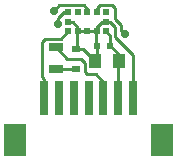
<source format=gtl>
G04 #@! TF.FileFunction,Copper,L1,Top,Signal*
%FSLAX46Y46*%
G04 Gerber Fmt 4.6, Leading zero omitted, Abs format (unit mm)*
G04 Created by KiCad (PCBNEW 4.0.7) date 02/03/18 21:51:46*
%MOMM*%
%LPD*%
G01*
G04 APERTURE LIST*
%ADD10C,0.100000*%
%ADD11R,0.800000X3.000000*%
%ADD12R,1.900000X2.800000*%
%ADD13R,1.000000X1.250000*%
%ADD14R,0.600000X0.500000*%
%ADD15R,0.800000X0.600000*%
%ADD16R,0.500000X0.500000*%
%ADD17R,1.300000X0.700000*%
%ADD18C,0.700000*%
%ADD19C,0.250000*%
G04 APERTURE END LIST*
D10*
D11*
X21841740Y-22205240D03*
X23091740Y-22205240D03*
X24341740Y-22205240D03*
X20591740Y-22205240D03*
X19341740Y-22205240D03*
D12*
X28041740Y-25705240D03*
X15641740Y-25705240D03*
D11*
X25591740Y-22205240D03*
X18091740Y-22205240D03*
D13*
X24376740Y-19065240D03*
X22376740Y-19065240D03*
D14*
X23651740Y-17740240D03*
X22551740Y-17740240D03*
D15*
X20751740Y-18065240D03*
X20751740Y-19765240D03*
D16*
X22525000Y-14925000D03*
X21725000Y-14925000D03*
X23325000Y-14925000D03*
X20925000Y-14925000D03*
X22525000Y-16525000D03*
X21725000Y-16525000D03*
X20925000Y-16525000D03*
X20125000Y-16525000D03*
X23325000Y-15725000D03*
X23325000Y-16525000D03*
X20125000Y-15725000D03*
X20125000Y-14925000D03*
D17*
X19051740Y-19765240D03*
X19051740Y-17865240D03*
D18*
X21841740Y-22205240D03*
X24874800Y-16774800D03*
X18874800Y-14774800D03*
X20591740Y-22205240D03*
X19341740Y-22205240D03*
X19274800Y-15874800D03*
D19*
X23651740Y-17740240D02*
X23651740Y-16915240D01*
X23651740Y-16915240D02*
X23276740Y-16540240D01*
X24376740Y-19065240D02*
X24376740Y-18465240D01*
X24376740Y-18465240D02*
X23651740Y-17740240D01*
X24341740Y-22205240D02*
X24341740Y-19100240D01*
X24341740Y-19100240D02*
X24376740Y-19065240D01*
X20751740Y-18065240D02*
X21376740Y-18065240D01*
X21376740Y-18065240D02*
X22376740Y-19065240D01*
X23677740Y-15740240D02*
X23276740Y-15740240D01*
X24107140Y-16169640D02*
X23677740Y-15740240D01*
X24107140Y-17045940D02*
X24107140Y-16169640D01*
X23276740Y-15740240D02*
X22986740Y-15740240D01*
X22476740Y-16250240D02*
X22476740Y-16540240D01*
X22986740Y-15740240D02*
X22476740Y-16250240D01*
X22476740Y-16540240D02*
X21676740Y-16540240D01*
X25591740Y-18530540D02*
X24107140Y-17045940D01*
X20876740Y-16540240D02*
X20876740Y-16140240D01*
X20876740Y-16140240D02*
X20476740Y-15740240D01*
X21676740Y-16540240D02*
X20876740Y-16540240D01*
X25591740Y-22205240D02*
X25591740Y-18530540D01*
X20876740Y-16540240D02*
X20876740Y-17940240D01*
X20876740Y-17940240D02*
X20751740Y-18065240D01*
X22551740Y-17740240D02*
X22551740Y-18890240D01*
X22551740Y-18890240D02*
X22376740Y-19065240D01*
X22476740Y-16540240D02*
X22476740Y-17665240D01*
X22476740Y-17665240D02*
X22551740Y-17740240D01*
X20476740Y-15740240D02*
X20076740Y-15740240D01*
X19051740Y-19765240D02*
X20751740Y-19765240D01*
X24595950Y-16495950D02*
X24595950Y-16353650D01*
X24874800Y-16774800D02*
X24595950Y-16495950D01*
X24081740Y-14658340D02*
X24081740Y-14597380D01*
X24595950Y-16353650D02*
X24577040Y-16334740D01*
X24577040Y-16334740D02*
X24577040Y-15966440D01*
X24577040Y-15966440D02*
X24081740Y-15471140D01*
X24081740Y-15471140D02*
X24081740Y-14658340D01*
X24081740Y-14597380D02*
X23822660Y-14338300D01*
X22525000Y-14584400D02*
X22525000Y-14925000D01*
X22771100Y-14338300D02*
X22525000Y-14584400D01*
X23825200Y-14338300D02*
X23822660Y-14338300D01*
X23822660Y-14338300D02*
X22771100Y-14338300D01*
X21722080Y-14635480D02*
X21424900Y-14338300D01*
X19329400Y-14338300D02*
X21424900Y-14338300D01*
X19311300Y-14338300D02*
X19329400Y-14338300D01*
X18874800Y-14774800D02*
X19311300Y-14338300D01*
X21722080Y-14635480D02*
X21722080Y-14922080D01*
X21722080Y-14922080D02*
X21725000Y-14925000D01*
X21722080Y-14635480D02*
X21725000Y-14638400D01*
X21725000Y-14638400D02*
X21725000Y-14925000D01*
X20591740Y-22235240D02*
X20591740Y-22205240D01*
X17891740Y-20365240D02*
X17891740Y-17432040D01*
X18091740Y-20565240D02*
X17891740Y-20365240D01*
X18091740Y-22205240D02*
X18091740Y-20565240D01*
X19469440Y-17147540D02*
X20076740Y-16540240D01*
X18176240Y-17147540D02*
X19469440Y-17147540D01*
X17891740Y-17432040D02*
X18176240Y-17147540D01*
X19822200Y-14925000D02*
X19724600Y-14925000D01*
X19822200Y-14925000D02*
X20125000Y-14925000D01*
X19274800Y-15374800D02*
X19274800Y-15874800D01*
X19724600Y-14925000D02*
X19274800Y-15374800D01*
X23091740Y-22205240D02*
X23091740Y-20845240D01*
X23091740Y-20845240D02*
X22431740Y-20185240D01*
X22431740Y-20185240D02*
X21721740Y-20185240D01*
X21721740Y-20185240D02*
X21511740Y-19975240D01*
X21511740Y-19975240D02*
X21511740Y-19195240D01*
X21511740Y-19195240D02*
X21171740Y-18855240D01*
X21171740Y-18855240D02*
X20041740Y-18855240D01*
X20041740Y-18855240D02*
X19051740Y-17865240D01*
M02*

</source>
